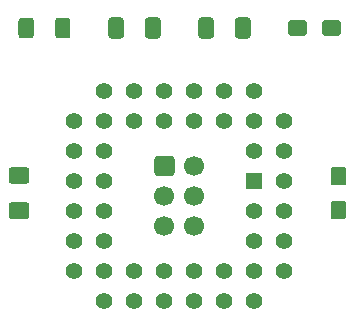
<source format=gts>
%TF.GenerationSoftware,KiCad,Pcbnew,5.1.9+dfsg1-1+deb11u1*%
%TF.CreationDate,2022-11-10T09:50:42+01:00*%
%TF.ProjectId,A1200MPU-Adapter,41313230-304d-4505-952d-416461707465,2.0*%
%TF.SameCoordinates,Original*%
%TF.FileFunction,Soldermask,Top*%
%TF.FilePolarity,Negative*%
%FSLAX46Y46*%
G04 Gerber Fmt 4.6, Leading zero omitted, Abs format (unit mm)*
G04 Created by KiCad (PCBNEW 5.1.9+dfsg1-1+deb11u1) date 2022-11-10 09:50:42*
%MOMM*%
%LPD*%
G01*
G04 APERTURE LIST*
%ADD10C,1.700000*%
%ADD11R,1.422400X1.422400*%
%ADD12C,1.422400*%
G04 APERTURE END LIST*
%TO.C,C1*%
G36*
G01*
X161207001Y-106365000D02*
X160356999Y-106365000D01*
G75*
G02*
X160107000Y-106115001I0J249999D01*
G01*
X160107000Y-105039999D01*
G75*
G02*
X160356999Y-104790000I249999J0D01*
G01*
X161207001Y-104790000D01*
G75*
G02*
X161457000Y-105039999I0J-249999D01*
G01*
X161457000Y-106115001D01*
G75*
G02*
X161207001Y-106365000I-249999J0D01*
G01*
G37*
G36*
G01*
X161207001Y-103490000D02*
X160356999Y-103490000D01*
G75*
G02*
X160107000Y-103240001I0J249999D01*
G01*
X160107000Y-102164999D01*
G75*
G02*
X160356999Y-101915000I249999J0D01*
G01*
X161207001Y-101915000D01*
G75*
G02*
X161457000Y-102164999I0J-249999D01*
G01*
X161457000Y-103240001D01*
G75*
G02*
X161207001Y-103490000I-249999J0D01*
G01*
G37*
%TD*%
%TO.C,C2*%
G36*
G01*
X159400000Y-90595001D02*
X159400000Y-89744999D01*
G75*
G02*
X159649999Y-89495000I249999J0D01*
G01*
X160725001Y-89495000D01*
G75*
G02*
X160975000Y-89744999I0J-249999D01*
G01*
X160975000Y-90595001D01*
G75*
G02*
X160725001Y-90845000I-249999J0D01*
G01*
X159649999Y-90845000D01*
G75*
G02*
X159400000Y-90595001I0J249999D01*
G01*
G37*
G36*
G01*
X156525000Y-90595001D02*
X156525000Y-89744999D01*
G75*
G02*
X156774999Y-89495000I249999J0D01*
G01*
X157850001Y-89495000D01*
G75*
G02*
X158100000Y-89744999I0J-249999D01*
G01*
X158100000Y-90595001D01*
G75*
G02*
X157850001Y-90845000I-249999J0D01*
G01*
X156774999Y-90845000D01*
G75*
G02*
X156525000Y-90595001I0J249999D01*
G01*
G37*
%TD*%
%TO.C,C3*%
G36*
G01*
X141285000Y-90820001D02*
X141285000Y-89519999D01*
G75*
G02*
X141534999Y-89270000I249999J0D01*
G01*
X142360001Y-89270000D01*
G75*
G02*
X142610000Y-89519999I0J-249999D01*
G01*
X142610000Y-90820001D01*
G75*
G02*
X142360001Y-91070000I-249999J0D01*
G01*
X141534999Y-91070000D01*
G75*
G02*
X141285000Y-90820001I0J249999D01*
G01*
G37*
G36*
G01*
X144410000Y-90820001D02*
X144410000Y-89519999D01*
G75*
G02*
X144659999Y-89270000I249999J0D01*
G01*
X145485001Y-89270000D01*
G75*
G02*
X145735000Y-89519999I0J-249999D01*
G01*
X145735000Y-90820001D01*
G75*
G02*
X145485001Y-91070000I-249999J0D01*
G01*
X144659999Y-91070000D01*
G75*
G02*
X144410000Y-90820001I0J249999D01*
G01*
G37*
%TD*%
%TO.C,C4*%
G36*
G01*
X152030000Y-90820001D02*
X152030000Y-89519999D01*
G75*
G02*
X152279999Y-89270000I249999J0D01*
G01*
X153105001Y-89270000D01*
G75*
G02*
X153355000Y-89519999I0J-249999D01*
G01*
X153355000Y-90820001D01*
G75*
G02*
X153105001Y-91070000I-249999J0D01*
G01*
X152279999Y-91070000D01*
G75*
G02*
X152030000Y-90820001I0J249999D01*
G01*
G37*
G36*
G01*
X148905000Y-90820001D02*
X148905000Y-89519999D01*
G75*
G02*
X149154999Y-89270000I249999J0D01*
G01*
X149980001Y-89270000D01*
G75*
G02*
X150230000Y-89519999I0J-249999D01*
G01*
X150230000Y-90820001D01*
G75*
G02*
X149980001Y-91070000I-249999J0D01*
G01*
X149154999Y-91070000D01*
G75*
G02*
X148905000Y-90820001I0J249999D01*
G01*
G37*
%TD*%
%TO.C,D1*%
G36*
G01*
X134356000Y-106340000D02*
X133106000Y-106340000D01*
G75*
G02*
X132856000Y-106090000I0J250000D01*
G01*
X132856000Y-105165000D01*
G75*
G02*
X133106000Y-104915000I250000J0D01*
G01*
X134356000Y-104915000D01*
G75*
G02*
X134606000Y-105165000I0J-250000D01*
G01*
X134606000Y-106090000D01*
G75*
G02*
X134356000Y-106340000I-250000J0D01*
G01*
G37*
G36*
G01*
X134356000Y-103365000D02*
X133106000Y-103365000D01*
G75*
G02*
X132856000Y-103115000I0J250000D01*
G01*
X132856000Y-102190000D01*
G75*
G02*
X133106000Y-101940000I250000J0D01*
G01*
X134356000Y-101940000D01*
G75*
G02*
X134606000Y-102190000I0J-250000D01*
G01*
X134606000Y-103115000D01*
G75*
G02*
X134356000Y-103365000I-250000J0D01*
G01*
G37*
%TD*%
%TO.C,P1*%
G36*
G01*
X145200000Y-102454000D02*
X145200000Y-101254000D01*
G75*
G02*
X145450000Y-101004000I250000J0D01*
G01*
X146650000Y-101004000D01*
G75*
G02*
X146900000Y-101254000I0J-250000D01*
G01*
X146900000Y-102454000D01*
G75*
G02*
X146650000Y-102704000I-250000J0D01*
G01*
X145450000Y-102704000D01*
G75*
G02*
X145200000Y-102454000I0J250000D01*
G01*
G37*
D10*
X146050000Y-104394000D03*
X146050000Y-106934000D03*
X148590000Y-101854000D03*
X148590000Y-104394000D03*
X148590000Y-106934000D03*
%TD*%
%TO.C,R1*%
G36*
G01*
X133690000Y-90795000D02*
X133690000Y-89545000D01*
G75*
G02*
X133940000Y-89295000I250000J0D01*
G01*
X134740000Y-89295000D01*
G75*
G02*
X134990000Y-89545000I0J-250000D01*
G01*
X134990000Y-90795000D01*
G75*
G02*
X134740000Y-91045000I-250000J0D01*
G01*
X133940000Y-91045000D01*
G75*
G02*
X133690000Y-90795000I0J250000D01*
G01*
G37*
G36*
G01*
X136790000Y-90795000D02*
X136790000Y-89545000D01*
G75*
G02*
X137040000Y-89295000I250000J0D01*
G01*
X137840000Y-89295000D01*
G75*
G02*
X138090000Y-89545000I0J-250000D01*
G01*
X138090000Y-90795000D01*
G75*
G02*
X137840000Y-91045000I-250000J0D01*
G01*
X137040000Y-91045000D01*
G75*
G02*
X136790000Y-90795000I0J250000D01*
G01*
G37*
%TD*%
D11*
%TO.C,U1*%
X153670000Y-103124000D03*
D12*
X153670000Y-105664000D03*
X153670000Y-108204000D03*
X153670000Y-100584000D03*
X153670000Y-98044000D03*
X156210000Y-105664000D03*
X156210000Y-108204000D03*
X156210000Y-110744000D03*
X156210000Y-103124000D03*
X156210000Y-100584000D03*
X153670000Y-110744000D03*
X151130000Y-110744000D03*
X148590000Y-110744000D03*
X146050000Y-110744000D03*
X143510000Y-110744000D03*
X153670000Y-113284000D03*
X151130000Y-113284000D03*
X148590000Y-113284000D03*
X146050000Y-113284000D03*
X143510000Y-113284000D03*
X140970000Y-113284000D03*
X140970000Y-110744000D03*
X140970000Y-108204000D03*
X140970000Y-105664000D03*
X140970000Y-103124000D03*
X140970000Y-100584000D03*
X140970000Y-95504000D03*
X138430000Y-110744000D03*
X138430000Y-108204000D03*
X138430000Y-105664000D03*
X138430000Y-103124000D03*
X138430000Y-100584000D03*
X138430000Y-98044000D03*
X140970000Y-98044000D03*
X143510000Y-98044000D03*
X146050000Y-98044000D03*
X148590000Y-98044000D03*
X151130000Y-98044000D03*
X156210000Y-98044000D03*
X143510000Y-95504000D03*
X146050000Y-95504000D03*
X148590000Y-95504000D03*
X151130000Y-95504000D03*
X153670000Y-95504000D03*
%TD*%
M02*

</source>
